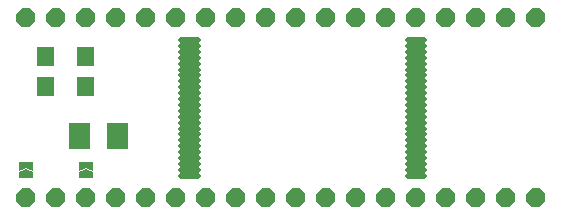
<source format=gts>
G04 Layer: TopSolderMaskLayer*
G04 EasyEDA v6.5.3, 2022-05-09 11:27:13*
G04 baffbd41b27947a08c2bb0c717e604c5,b03e5731a7a74599b12e1065cb71c7ef,10*
G04 Gerber Generator version 0.2*
G04 Scale: 100 percent, Rotated: No, Reflected: No *
G04 Dimensions in millimeters *
G04 leading zeros omitted , absolute positions ,4 integer and 5 decimal *
%FSLAX45Y45*%
%MOMM*%

%ADD19C,0.4832*%

%LPD*%
D19*
X3002401Y-317500D02*
G01*
X3144400Y-317500D01*
X3002401Y-367512D02*
G01*
X3144400Y-367512D01*
X3002401Y-417499D02*
G01*
X3144400Y-417499D01*
X3002401Y-467512D02*
G01*
X3144400Y-467512D01*
X3002401Y-517499D02*
G01*
X3144400Y-517499D01*
X3002401Y-567512D02*
G01*
X3144400Y-567512D01*
X3002401Y-617499D02*
G01*
X3144400Y-617499D01*
X3002401Y-667512D02*
G01*
X3144400Y-667512D01*
X3002401Y-717499D02*
G01*
X3144400Y-717499D01*
X3002401Y-767511D02*
G01*
X3144400Y-767511D01*
X3002401Y-817498D02*
G01*
X3144400Y-817498D01*
X3002401Y-867511D02*
G01*
X3144400Y-867511D01*
X3002401Y-917498D02*
G01*
X3144400Y-917498D01*
X3002401Y-967511D02*
G01*
X3144400Y-967511D01*
X3002401Y-1017498D02*
G01*
X3144400Y-1017498D01*
X3002401Y-1067511D02*
G01*
X3144400Y-1067511D01*
X3002401Y-1117498D02*
G01*
X3144400Y-1117498D01*
X3002401Y-1167511D02*
G01*
X3144400Y-1167511D01*
X3002401Y-1217498D02*
G01*
X3144400Y-1217498D01*
X3002401Y-1267510D02*
G01*
X3144400Y-1267510D01*
X3002401Y-1317497D02*
G01*
X3144400Y-1317497D01*
X3002401Y-1367510D02*
G01*
X3144400Y-1367510D01*
X3002401Y-1417497D02*
G01*
X3144400Y-1417497D01*
X3002401Y-1467510D02*
G01*
X3144400Y-1467510D01*
X4922387Y-317500D02*
G01*
X5064386Y-317500D01*
X4922387Y-367512D02*
G01*
X5064386Y-367512D01*
X4922387Y-417499D02*
G01*
X5064386Y-417499D01*
X4922387Y-467512D02*
G01*
X5064386Y-467512D01*
X4922387Y-517499D02*
G01*
X5064386Y-517499D01*
X4922387Y-567512D02*
G01*
X5064386Y-567512D01*
X4922387Y-617499D02*
G01*
X5064386Y-617499D01*
X4922387Y-667512D02*
G01*
X5064386Y-667512D01*
X4922387Y-717499D02*
G01*
X5064386Y-717499D01*
X4922387Y-767511D02*
G01*
X5064386Y-767511D01*
X4922387Y-817498D02*
G01*
X5064386Y-817498D01*
X4922387Y-867511D02*
G01*
X5064386Y-867511D01*
X4922387Y-917498D02*
G01*
X5064386Y-917498D01*
X4922387Y-967511D02*
G01*
X5064386Y-967511D01*
X4922387Y-1017498D02*
G01*
X5064386Y-1017498D01*
X4922387Y-1067511D02*
G01*
X5064386Y-1067511D01*
X4922387Y-1117498D02*
G01*
X5064386Y-1117498D01*
X4922387Y-1167511D02*
G01*
X5064386Y-1167511D01*
X4922387Y-1217498D02*
G01*
X5064386Y-1217498D01*
X4922387Y-1267510D02*
G01*
X5064386Y-1267510D01*
X4922387Y-1317497D02*
G01*
X5064386Y-1317497D01*
X4922387Y-1367510D02*
G01*
X5064386Y-1367510D01*
X4922387Y-1417497D02*
G01*
X5064386Y-1417497D01*
X4922387Y-1467510D02*
G01*
X5064386Y-1467510D01*
G36*
X1784095Y-791463D02*
G01*
X1784095Y-630936D01*
X1924304Y-630936D01*
X1924304Y-791463D01*
G37*
G36*
X2123947Y-791463D02*
G01*
X2123947Y-630936D01*
X2264409Y-630936D01*
X2264409Y-791463D01*
G37*
G36*
X2126995Y-537463D02*
G01*
X2126995Y-376936D01*
X2267204Y-376936D01*
X2267204Y-537463D01*
G37*
G36*
X1786889Y-537463D02*
G01*
X1786889Y-376936D01*
X1927352Y-376936D01*
X1927352Y-537463D01*
G37*
G36*
X2136902Y-1483360D02*
G01*
X2136902Y-1436370D01*
X2197100Y-1412239D01*
X2257297Y-1436370D01*
X2257297Y-1483360D01*
G37*
G36*
X2136902Y-1423923D02*
G01*
X2136902Y-1348739D01*
X2257297Y-1348739D01*
X2257297Y-1423923D01*
X2197100Y-1399794D01*
G37*
G36*
X1628902Y-1483360D02*
G01*
X1628902Y-1436370D01*
X1689100Y-1412239D01*
X1749297Y-1436370D01*
X1749297Y-1483360D01*
G37*
G36*
X1628902Y-1423923D02*
G01*
X1628902Y-1348739D01*
X1749297Y-1348739D01*
X1749297Y-1423923D01*
X1689100Y-1399794D01*
G37*
G36*
X2373375Y-1240536D02*
G01*
X2373375Y-1020063D01*
X2553715Y-1020063D01*
X2553715Y-1240536D01*
G37*
G36*
X2053336Y-1240536D02*
G01*
X2053336Y-1020063D01*
X2233675Y-1020063D01*
X2233675Y-1240536D01*
G37*
G36*
X5973825Y-207518D02*
G01*
X5926581Y-160273D01*
X5926581Y-93726D01*
X5973825Y-46481D01*
X6040374Y-46481D01*
X6087618Y-93726D01*
X6087618Y-160273D01*
X6040374Y-207518D01*
G37*
G36*
X5719825Y-207518D02*
G01*
X5672581Y-160273D01*
X5672581Y-93726D01*
X5719825Y-46481D01*
X5786374Y-46481D01*
X5833618Y-93726D01*
X5833618Y-160273D01*
X5786374Y-207518D01*
G37*
G36*
X5465825Y-207518D02*
G01*
X5418581Y-160273D01*
X5418581Y-93726D01*
X5465825Y-46481D01*
X5532374Y-46481D01*
X5579618Y-93726D01*
X5579618Y-160273D01*
X5532374Y-207518D01*
G37*
G36*
X5211825Y-207518D02*
G01*
X5164581Y-160273D01*
X5164581Y-93726D01*
X5211825Y-46481D01*
X5278374Y-46481D01*
X5325618Y-93726D01*
X5325618Y-160273D01*
X5278374Y-207518D01*
G37*
G36*
X4957825Y-207518D02*
G01*
X4910581Y-160273D01*
X4910581Y-93726D01*
X4957825Y-46481D01*
X5024374Y-46481D01*
X5071618Y-93726D01*
X5071618Y-160273D01*
X5024374Y-207518D01*
G37*
G36*
X4703825Y-207518D02*
G01*
X4656581Y-160273D01*
X4656581Y-93726D01*
X4703825Y-46481D01*
X4770374Y-46481D01*
X4817618Y-93726D01*
X4817618Y-160273D01*
X4770374Y-207518D01*
G37*
G36*
X4449825Y-207518D02*
G01*
X4402581Y-160273D01*
X4402581Y-93726D01*
X4449825Y-46481D01*
X4516374Y-46481D01*
X4563618Y-93726D01*
X4563618Y-160273D01*
X4516374Y-207518D01*
G37*
G36*
X4195825Y-207518D02*
G01*
X4148581Y-160273D01*
X4148581Y-93726D01*
X4195825Y-46481D01*
X4262374Y-46481D01*
X4309618Y-93726D01*
X4309618Y-160273D01*
X4262374Y-207518D01*
G37*
G36*
X3941825Y-207518D02*
G01*
X3894581Y-160273D01*
X3894581Y-93726D01*
X3941825Y-46481D01*
X4008374Y-46481D01*
X4055618Y-93726D01*
X4055618Y-160273D01*
X4008374Y-207518D01*
G37*
G36*
X3687825Y-207518D02*
G01*
X3640581Y-160273D01*
X3640581Y-93726D01*
X3687825Y-46481D01*
X3754374Y-46481D01*
X3801618Y-93726D01*
X3801618Y-160273D01*
X3754374Y-207518D01*
G37*
G36*
X3433825Y-207518D02*
G01*
X3386581Y-160273D01*
X3386581Y-93726D01*
X3433825Y-46481D01*
X3500374Y-46481D01*
X3547618Y-93726D01*
X3547618Y-160273D01*
X3500374Y-207518D01*
G37*
G36*
X3179825Y-207518D02*
G01*
X3132581Y-160273D01*
X3132581Y-93726D01*
X3179825Y-46481D01*
X3246374Y-46481D01*
X3293618Y-93726D01*
X3293618Y-160273D01*
X3246374Y-207518D01*
G37*
G36*
X2925825Y-207518D02*
G01*
X2878581Y-160273D01*
X2878581Y-93726D01*
X2925825Y-46481D01*
X2992374Y-46481D01*
X3039618Y-93726D01*
X3039618Y-160273D01*
X2992374Y-207518D01*
G37*
G36*
X2671825Y-207518D02*
G01*
X2624581Y-160273D01*
X2624581Y-93726D01*
X2671825Y-46481D01*
X2738374Y-46481D01*
X2785618Y-93726D01*
X2785618Y-160273D01*
X2738374Y-207518D01*
G37*
G36*
X2417825Y-207518D02*
G01*
X2370581Y-160273D01*
X2370581Y-93726D01*
X2417825Y-46481D01*
X2484374Y-46481D01*
X2531618Y-93726D01*
X2531618Y-160273D01*
X2484374Y-207518D01*
G37*
G36*
X2163825Y-207518D02*
G01*
X2116581Y-160273D01*
X2116581Y-93726D01*
X2163825Y-46481D01*
X2230374Y-46481D01*
X2277618Y-93726D01*
X2277618Y-160273D01*
X2230374Y-207518D01*
G37*
G36*
X1909826Y-207518D02*
G01*
X1862581Y-160273D01*
X1862581Y-93726D01*
X1909826Y-46481D01*
X1976374Y-46481D01*
X2023618Y-93726D01*
X2023618Y-160273D01*
X1976374Y-207518D01*
G37*
G36*
X1655826Y-207518D02*
G01*
X1608581Y-160273D01*
X1608581Y-93726D01*
X1655826Y-46481D01*
X1722373Y-46481D01*
X1769618Y-93726D01*
X1769618Y-160273D01*
X1722373Y-207518D01*
G37*
G36*
X1655826Y-1731518D02*
G01*
X1608581Y-1684273D01*
X1608581Y-1617726D01*
X1655826Y-1570481D01*
X1722373Y-1570481D01*
X1769618Y-1617726D01*
X1769618Y-1684273D01*
X1722373Y-1731518D01*
G37*
G36*
X1909826Y-1731518D02*
G01*
X1862581Y-1684273D01*
X1862581Y-1617726D01*
X1909826Y-1570481D01*
X1976374Y-1570481D01*
X2023618Y-1617726D01*
X2023618Y-1684273D01*
X1976374Y-1731518D01*
G37*
G36*
X2163825Y-1731518D02*
G01*
X2116581Y-1684273D01*
X2116581Y-1617726D01*
X2163825Y-1570481D01*
X2230374Y-1570481D01*
X2277618Y-1617726D01*
X2277618Y-1684273D01*
X2230374Y-1731518D01*
G37*
G36*
X2417825Y-1731518D02*
G01*
X2370581Y-1684273D01*
X2370581Y-1617726D01*
X2417825Y-1570481D01*
X2484374Y-1570481D01*
X2531618Y-1617726D01*
X2531618Y-1684273D01*
X2484374Y-1731518D01*
G37*
G36*
X2671825Y-1731518D02*
G01*
X2624581Y-1684273D01*
X2624581Y-1617726D01*
X2671825Y-1570481D01*
X2738374Y-1570481D01*
X2785618Y-1617726D01*
X2785618Y-1684273D01*
X2738374Y-1731518D01*
G37*
G36*
X2925825Y-1731518D02*
G01*
X2878581Y-1684273D01*
X2878581Y-1617726D01*
X2925825Y-1570481D01*
X2992374Y-1570481D01*
X3039618Y-1617726D01*
X3039618Y-1684273D01*
X2992374Y-1731518D01*
G37*
G36*
X3179825Y-1731518D02*
G01*
X3132581Y-1684273D01*
X3132581Y-1617726D01*
X3179825Y-1570481D01*
X3246374Y-1570481D01*
X3293618Y-1617726D01*
X3293618Y-1684273D01*
X3246374Y-1731518D01*
G37*
G36*
X3433825Y-1731518D02*
G01*
X3386581Y-1684273D01*
X3386581Y-1617726D01*
X3433825Y-1570481D01*
X3500374Y-1570481D01*
X3547618Y-1617726D01*
X3547618Y-1684273D01*
X3500374Y-1731518D01*
G37*
G36*
X3687825Y-1731518D02*
G01*
X3640581Y-1684273D01*
X3640581Y-1617726D01*
X3687825Y-1570481D01*
X3754374Y-1570481D01*
X3801618Y-1617726D01*
X3801618Y-1684273D01*
X3754374Y-1731518D01*
G37*
G36*
X3941825Y-1731518D02*
G01*
X3894581Y-1684273D01*
X3894581Y-1617726D01*
X3941825Y-1570481D01*
X4008374Y-1570481D01*
X4055618Y-1617726D01*
X4055618Y-1684273D01*
X4008374Y-1731518D01*
G37*
G36*
X4195825Y-1731518D02*
G01*
X4148581Y-1684273D01*
X4148581Y-1617726D01*
X4195825Y-1570481D01*
X4262374Y-1570481D01*
X4309618Y-1617726D01*
X4309618Y-1684273D01*
X4262374Y-1731518D01*
G37*
G36*
X4449825Y-1731518D02*
G01*
X4402581Y-1684273D01*
X4402581Y-1617726D01*
X4449825Y-1570481D01*
X4516374Y-1570481D01*
X4563618Y-1617726D01*
X4563618Y-1684273D01*
X4516374Y-1731518D01*
G37*
G36*
X4703825Y-1731518D02*
G01*
X4656581Y-1684273D01*
X4656581Y-1617726D01*
X4703825Y-1570481D01*
X4770374Y-1570481D01*
X4817618Y-1617726D01*
X4817618Y-1684273D01*
X4770374Y-1731518D01*
G37*
G36*
X4957825Y-1731518D02*
G01*
X4910581Y-1684273D01*
X4910581Y-1617726D01*
X4957825Y-1570481D01*
X5024374Y-1570481D01*
X5071618Y-1617726D01*
X5071618Y-1684273D01*
X5024374Y-1731518D01*
G37*
G36*
X5211825Y-1731518D02*
G01*
X5164581Y-1684273D01*
X5164581Y-1617726D01*
X5211825Y-1570481D01*
X5278374Y-1570481D01*
X5325618Y-1617726D01*
X5325618Y-1684273D01*
X5278374Y-1731518D01*
G37*
G36*
X5465825Y-1731518D02*
G01*
X5418581Y-1684273D01*
X5418581Y-1617726D01*
X5465825Y-1570481D01*
X5532374Y-1570481D01*
X5579618Y-1617726D01*
X5579618Y-1684273D01*
X5532374Y-1731518D01*
G37*
G36*
X5719825Y-1731518D02*
G01*
X5672581Y-1684273D01*
X5672581Y-1617726D01*
X5719825Y-1570481D01*
X5786374Y-1570481D01*
X5833618Y-1617726D01*
X5833618Y-1684273D01*
X5786374Y-1731518D01*
G37*
G36*
X5973825Y-1731518D02*
G01*
X5926581Y-1684273D01*
X5926581Y-1617726D01*
X5973825Y-1570481D01*
X6040374Y-1570481D01*
X6087618Y-1617726D01*
X6087618Y-1684273D01*
X6040374Y-1731518D01*
G37*
M02*

</source>
